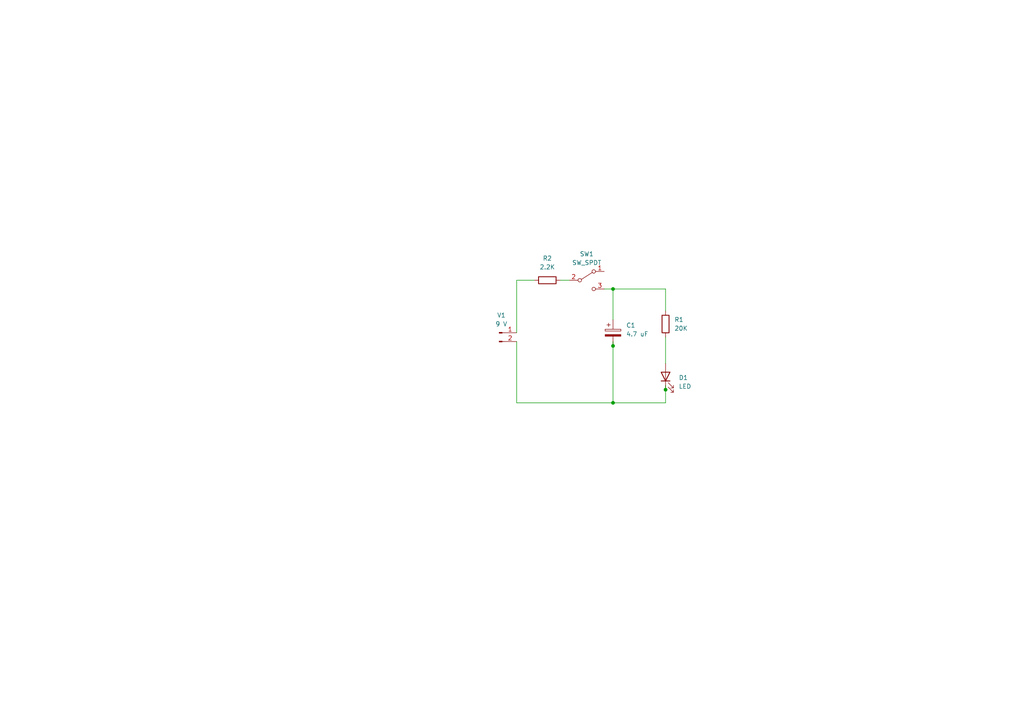
<source format=kicad_sch>
(kicad_sch (version 20211123) (generator eeschema)
  (paper "A4")
  (lib_symbols
    (symbol "Connector:Conn_01x02_Male" (pin_names (offset 1.016) hide)
      (property "Reference" "J" (at 0 2.54 0))
      (property "Value" "Conn_01x02_Male" (at 0 -5.08 0))
      (symbol "Conn_01x02_Male_1_1"
        (polyline (pts (xy 1.27 -2.54) (xy 0.8636 -2.54)) (stroke (width 0.1524)))
        (polyline (pts (xy 1.27 0) (xy 0.8636 0)) (stroke (width 0.1524)))
        (rectangle (start 0.8636 -2.413) (end 0 -2.667) (stroke (width 0.1524)) (fill (type outline)))
        (rectangle (start 0.8636 0.127) (end 0 -0.127) (stroke (width 0.1524)) (fill (type outline)))
        (pin passive line (at 5.08 0 180) (length 3.81) (name "Pin_1") (number "1"))
        (pin passive line (at 5.08 -2.54 180) (length 3.81) (name "Pin_2") (number "2"))
      )
    )
    (symbol "Device:C_Polarized" (pin_numbers hide) (pin_names (offset 0.254))
      (property "Reference" "C" (at 0.635 2.54 0))
      (property "Value" "C_Polarized" (at 0.635 -2.54 0))
      (symbol "C_Polarized_0_1"
        (rectangle (start -2.286 0.508) (end 2.286 1.016))
        (polyline (pts (xy -1.778 2.286) (xy -0.762 2.286)))
        (polyline (pts (xy -1.27 2.794) (xy -1.27 1.778)))
        (rectangle (start 2.286 -0.508) (end -2.286 -1.016) (fill (type outline)))
      )
      (symbol "C_Polarized_1_1"
        (pin passive line (at 0 3.81 270) (length 2.794) (name "~") (number "1"))
        (pin passive line (at 0 -3.81 90) (length 2.794) (name "~") (number "2"))
      )
    )
    (symbol "Device:LED" (pin_numbers hide) (pin_names (offset 1.016) hide)
      (property "Reference" "D" (at 0 2.54 0))
      (property "Value" "LED" (at 0 -2.54 0))
      (symbol "LED_0_1"
        (polyline (pts (xy -1.27 -1.27) (xy -1.27 1.27)) (stroke (width 0.254)))
        (polyline (pts (xy -1.27 0) (xy 1.27 0)))
        (polyline (pts (xy 1.27 -1.27) (xy 1.27 1.27) (xy -1.27 0) (xy 1.27 -1.27)) (stroke (width 0.254)))
        (polyline (pts (xy -3.048 -0.762) (xy -4.572 -2.286) (xy -3.81 -2.286) (xy -4.572 -2.286) (xy -4.572 -1.524)))
        (polyline (pts (xy -1.778 -0.762) (xy -3.302 -2.286) (xy -2.54 -2.286) (xy -3.302 -2.286) (xy -3.302 -1.524)))
      )
      (symbol "LED_1_1"
        (pin passive line (at -3.81 0 0) (length 2.54) (name "K") (number "1"))
        (pin passive line (at 3.81 0 180) (length 2.54) (name "A") (number "2"))
      )
    )
    (symbol "Device:R" (pin_numbers hide) (pin_names (offset 0))
      (property "Reference" "R" (at 2.032 0 90))
      (property "Value" "R" (at 0 0 90))
      (symbol "R_0_1"
        (rectangle (start -1.016 -2.54) (end 1.016 2.54) (stroke (width 0.254)))
      )
      (symbol "R_1_1"
        (pin passive line (at 0 3.81 270) (length 1.27) (name "~") (number "1"))
        (pin passive line (at 0 -3.81 90) (length 1.27) (name "~") (number "2"))
      )
    )
    (symbol "Switch:SW_SPDT" (pin_names (offset 0) hide)
      (property "Reference" "SW" (at 0 4.318 0))
      (property "Value" "SW_SPDT" (at 0 -5.08 0))
      (symbol "SW_SPDT_0_0"
        (circle (center -2.032 0) (radius 0.508))
        (circle (center 2.032 -2.54) (radius 0.508))
      )
      (symbol "SW_SPDT_0_1"
        (polyline (pts (xy -1.524 0.254) (xy 1.651 2.286)))
        (circle (center 2.032 2.54) (radius 0.508))
      )
      (symbol "SW_SPDT_1_1"
        (pin passive line (at 5.08 2.54 180) (length 2.54) (name "A") (number "1"))
        (pin passive line (at -5.08 0 0) (length 2.54) (name "B") (number "2"))
        (pin passive line (at 5.08 -2.54 180) (length 2.54) (name "C") (number "3"))
      )
    )
  )
  (junction (at 177.8 116.84))
  (junction (at 177.8 100.33))
  (junction (at 177.8 83.82))
  (junction (at 193.04 113.03))
  (wire (pts (xy 177.8 99.06) (xy 177.8 100.33)))
  (wire (pts (xy 193.04 113.03) (xy 193.04 116.84)))
  (wire (pts (xy 193.04 83.82) (xy 193.04 90.17)))
  (wire (pts (xy 149.86 99.06) (xy 149.86 116.84)))
  (wire (pts (xy 193.04 111.76) (xy 193.04 113.03)))
  (wire (pts (xy 177.8 83.82) (xy 193.04 83.82)))
  (wire (pts (xy 177.8 116.84) (xy 193.04 116.84)))
  (wire (pts (xy 177.8 100.33) (xy 177.8 116.84)))
  (wire (pts (xy 177.8 83.82) (xy 177.8 92.71)))
  (wire (pts (xy 149.86 81.28) (xy 154.94 81.28)))
  (wire (pts (xy 149.86 81.28) (xy 149.86 96.52)))
  (wire (pts (xy 175.26 83.82) (xy 177.8 83.82)))
  (wire (pts (xy 149.86 116.84) (xy 177.8 116.84)))
  (wire (pts (xy 162.56 81.28) (xy 165.1 81.28)))
  (wire (pts (xy 193.04 97.79) (xy 193.04 105.41)))
  (symbol (lib_id "Device:C_Polarized") (at 177.8 96.52 0) (unit 1)
    (property "Reference" "C1" (at 181.61 94.3609 0) (effects (justify left)))
    (property "Value" "4.7 uF" (at 181.61 96.9009 0) (effects (justify left)))
    (property "Footprint" "Capacitor_THT:C_Radial_D5.0mm_H5.0mm_P2.00mm" (effects hide))
  )
  (symbol (lib_id "Device:LED") (at 193.04 109.22 90) (unit 1)
    (property "Reference" "D1" (at 196.85 109.5374 90) (effects (justify right)))
    (property "Value" "LED" (at 196.85 112.0774 90) (effects (justify right)))
    (property "Footprint" "LED_THT:LED_D5.0mm" (effects hide))
  )
  (symbol (lib_id "Device:R") (at 158.75 81.28 90) (unit 1)
    (property "Reference" "R2" (at 158.75 74.93 90))
    (property "Value" "2.2K" (at 158.75 77.47 90))
    (property "Footprint" "Resistor_THT:R_Axial_DIN0516_L15.5mm_D5.0mm_P20.32mm_Horizontal" (effects hide))
  )
  (symbol (lib_id "Connector:Conn_01x02_Male") (at 144.78 96.52 0) (unit 1)
    (property "Reference" "V1" (at 145.415 91.44 0))
    (property "Value" "9 V" (at 145.415 93.98 0))
    (property "Footprint" "Connector_JST:JST_PH_B2B-PH-K_1x02_P2.00mm_Vertical" (effects hide))
  )
  (symbol (lib_id "Switch:SW_SPDT") (at 170.18 81.28 0) (unit 1)
    (property "Reference" "SW1" (at 170.18 73.66 0))
    (property "Value" "SW_SPDT" (at 170.18 76.2 0))
    (property "Footprint" "Button_Switch_THT:SW_E-Switch_EG1224_SPDT_Angled" (effects hide))
  )
  (symbol (lib_id "Device:R") (at 193.04 93.98 0) (unit 1)
    (property "Reference" "R1" (at 195.58 92.7099 0) (effects (justify left)))
    (property "Value" "20K" (at 195.58 95.2499 0) (effects (justify left)))
    (property "Footprint" "Resistor_THT:R_Axial_DIN0516_L15.5mm_D5.0mm_P20.32mm_Horizontal" (effects hide))
  )
)
</source>
